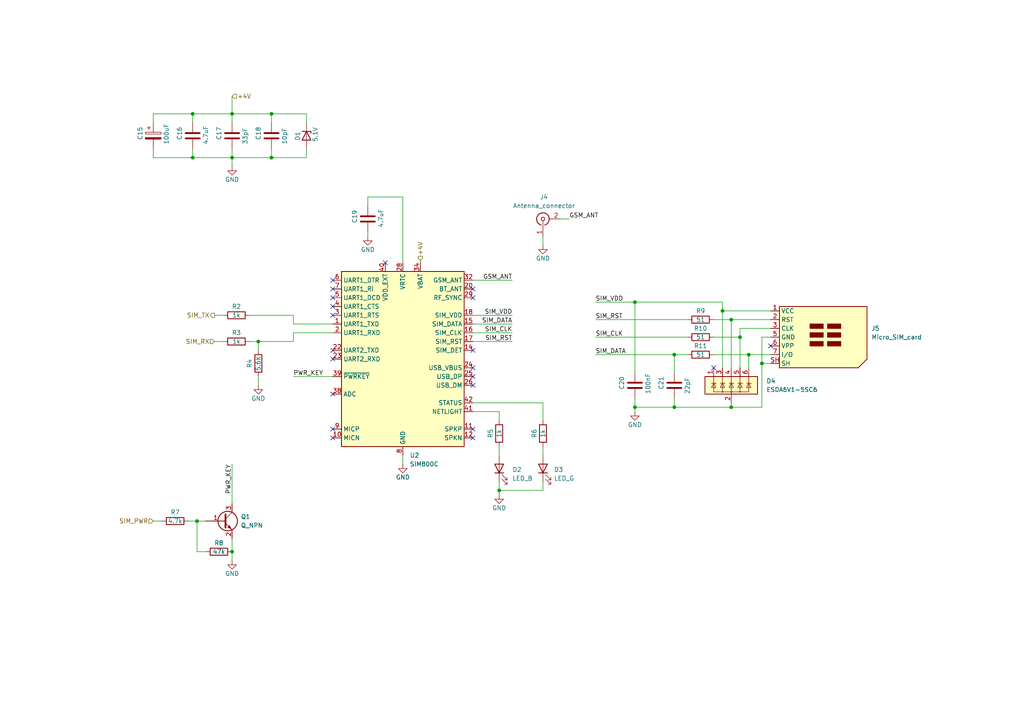
<source format=kicad_sch>
(kicad_sch (version 20230121) (generator eeschema)
  (paper "A4")
  (title_block (title "SIM interface module") (rev "1.0") (company "Politechnika Poznańska") (comment 1 "Mateusz Koza & Krzysztof Witkowski") (comment 2 "PUEiE project"))
  (lib_symbols
    (symbol "Connector:Conn_Coaxial" (pin_names (offset 1.016) hide)
      (property "Reference" "J" (at 0.254 3.048 0))
      (property "Value" "Conn_Coaxial" (at 2.921 0 90))
      (symbol "Conn_Coaxial_0_1"
        (arc (start -1.778 -0.508) (mid 0.222 -1.808) (end 1.778 0) (stroke (width 0.254)))
        (polyline (pts (xy -2.54 0) (xy -0.508 0)))
        (polyline (pts (xy 0 -2.54) (xy 0 -1.778)))
        (circle (center 0 0) (radius 0.508) (stroke (width 0.2032)))
        (arc (start 1.778 0) (mid 0.222 1.8083) (end -1.778 0.508) (stroke (width 0.254)))
      )
      (symbol "Conn_Coaxial_1_1"
        (pin passive line (at -5.08 0 0) (length 2.54) (name "In") (number "1"))
        (pin passive line (at 0 -5.08 90) (length 2.54) (name "Ext") (number "2"))
      )
    )
    (symbol "Connector:SIM_Card"
      (property "Reference" "J5" (at 16.51 2.54 0))
      (property "Value" "Micro_SIM_card" (at 16.51 0 0))
      (symbol "SIM_Card_0_1"
        (rectangle (start -1.27 -2.54) (end 2.54 -1.27) (stroke (width 0.254)) (fill (type outline)))
        (rectangle (start -1.27 0) (end 2.54 1.27) (stroke (width 0.254)) (fill (type outline)))
        (rectangle (start -1.27 2.54) (end 2.54 3.81) (stroke (width 0.254)) (fill (type outline)))
        (polyline (pts (xy -10.16 8.89) (xy 15.24 8.89) (xy 15.24 -6.35) (xy 12.7 -8.89) (xy -10.16 -8.89) (xy -10.16 8.89)) (stroke (width 0.254)) (fill (type background)))
        (rectangle (start 3.81 -1.27) (end 7.62 -2.54) (stroke (width 0.254)) (fill (type outline)))
        (rectangle (start 3.81 0) (end 7.62 1.27) (stroke (width 0.254)) (fill (type outline)))
        (rectangle (start 3.81 2.54) (end 7.62 3.81) (stroke (width 0.254)) (fill (type outline)))
      )
      (symbol "SIM_Card_1_1"
        (pin power_in line (at -12.7 7.62 0) (length 2.54) (name "VCC") (number "1"))
        (pin input line (at -12.7 5.08 0) (length 2.54) (name "RST") (number "2"))
        (pin input line (at -12.7 2.54 0) (length 2.54) (name "CLK") (number "3"))
        (pin power_in line (at -12.7 0 0) (length 2.54) (name "GND") (number "5"))
        (pin input line (at -12.7 -2.54 0) (length 2.54) (name "VPP") (number "6"))
        (pin bidirectional line (at -12.7 -5.08 0) (length 2.54) (name "I/O") (number "7"))
        (pin input line (at -12.7 -7.62 0) (length 2.54) (name "SH") (number "SH"))
      )
    )
    (symbol "Device:C" (pin_numbers hide) (pin_names (offset 0.254))
      (property "Reference" "C" (at 0.635 2.54 0))
      (property "Value" "C" (at 0.635 -2.54 0))
      (symbol "C_0_1"
        (polyline (pts (xy -2.032 -0.762) (xy 2.032 -0.762)) (stroke (width 0.508)))
        (polyline (pts (xy -2.032 0.762) (xy 2.032 0.762)) (stroke (width 0.508)))
      )
      (symbol "C_1_1"
        (pin passive line (at 0 3.81 270) (length 2.794) (name "~") (number "1"))
        (pin passive line (at 0 -3.81 90) (length 2.794) (name "~") (number "2"))
      )
    )
    (symbol "Device:C_Polarized" (pin_numbers hide) (pin_names (offset 0.254))
      (property "Reference" "C" (at 0.635 2.54 0))
      (property "Value" "C_Polarized" (at 0.635 -2.54 0))
      (symbol "C_Polarized_0_1"
        (rectangle (start -2.286 0.508) (end 2.286 1.016))
        (polyline (pts (xy -1.778 2.286) (xy -0.762 2.286)))
        (polyline (pts (xy -1.27 2.794) (xy -1.27 1.778)))
        (rectangle (start 2.286 -0.508) (end -2.286 -1.016) (fill (type outline)))
      )
      (symbol "C_Polarized_1_1"
        (pin passive line (at 0 3.81 270) (length 2.794) (name "~") (number "1"))
        (pin passive line (at 0 -3.81 90) (length 2.794) (name "~") (number "2"))
      )
    )
    (symbol "Device:D_Zener" (pin_numbers hide) (pin_names (offset 1.016) hide)
      (property "Reference" "D" (at 0 2.54 0))
      (property "Value" "D_Zener" (at 0 -2.54 0))
      (symbol "D_Zener_0_1"
        (polyline (pts (xy 1.27 0) (xy -1.27 0)))
        (polyline (pts (xy -1.27 -1.27) (xy -1.27 1.27) (xy -0.762 1.27)) (stroke (width 0.254)))
        (polyline (pts (xy 1.27 -1.27) (xy 1.27 1.27) (xy -1.27 0) (xy 1.27 -1.27)) (stroke (width 0.254)))
      )
      (symbol "D_Zener_1_1"
        (pin passive line (at -3.81 0 0) (length 2.54) (name "K") (number "1"))
        (pin passive line (at 3.81 0 180) (length 2.54) (name "A") (number "2"))
      )
    )
    (symbol "Device:LED" (pin_numbers hide) (pin_names (offset 1.016) hide)
      (property "Reference" "D" (at 0 2.54 0))
      (property "Value" "LED" (at 0 -2.54 0))
      (symbol "LED_0_1"
        (polyline (pts (xy -1.27 -1.27) (xy -1.27 1.27)) (stroke (width 0.254)))
        (polyline (pts (xy -1.27 0) (xy 1.27 0)))
        (polyline (pts (xy 1.27 -1.27) (xy 1.27 1.27) (xy -1.27 0) (xy 1.27 -1.27)) (stroke (width 0.254)))
        (polyline (pts (xy -3.048 -0.762) (xy -4.572 -2.286) (xy -3.81 -2.286) (xy -4.572 -2.286) (xy -4.572 -1.524)))
        (polyline (pts (xy -1.778 -0.762) (xy -3.302 -2.286) (xy -2.54 -2.286) (xy -3.302 -2.286) (xy -3.302 -1.524)))
      )
      (symbol "LED_1_1"
        (pin passive line (at -3.81 0 0) (length 2.54) (name "K") (number "1"))
        (pin passive line (at 3.81 0 180) (length 2.54) (name "A") (number "2"))
      )
    )
    (symbol "Device:Q_NPN_BEC" (pin_names (offset 0) hide)
      (property "Reference" "Q" (at 5.08 1.27 0))
      (property "Value" "Q_NPN_BEC" (at 5.08 -1.27 0))
      (symbol "Q_NPN_BEC_0_1"
        (polyline (pts (xy 0.635 0.635) (xy 2.54 2.54)))
        (polyline (pts (xy 0.635 -0.635) (xy 2.54 -2.54) (xy 2.54 -2.54)))
        (polyline (pts (xy 0.635 1.905) (xy 0.635 -1.905) (xy 0.635 -1.905)) (stroke (width 0.508)))
        (polyline (pts (xy 1.27 -1.778) (xy 1.778 -1.27) (xy 2.286 -2.286) (xy 1.27 -1.778) (xy 1.27 -1.778)) (fill (type outline)))
        (circle (center 1.27 0) (radius 2.8194) (stroke (width 0.254)))
      )
      (symbol "Q_NPN_BEC_1_1"
        (pin input line (at -5.08 0 0) (length 5.715) (name "B") (number "1"))
        (pin passive line (at 2.54 -5.08 90) (length 2.54) (name "E") (number "2"))
        (pin passive line (at 2.54 5.08 270) (length 2.54) (name "C") (number "3"))
      )
    )
    (symbol "Device:R" (pin_numbers hide) (pin_names (offset 0))
      (property "Reference" "R" (at 2.032 0 90))
      (property "Value" "R" (at 0 0 90))
      (symbol "R_0_1"
        (rectangle (start -1.016 -2.54) (end 1.016 2.54) (stroke (width 0.254)))
      )
      (symbol "R_1_1"
        (pin passive line (at 0 3.81 270) (length 1.27) (name "~") (number "1"))
        (pin passive line (at 0 -3.81 90) (length 1.27) (name "~") (number "2"))
      )
    )
    (symbol "Power_Protection:ESDA6V1-5SC6" (pin_names hide)
      (property "Reference" "D" (at -5.08 -3.81 0))
      (property "Value" "ESDA6V1-5SC6" (at 2.54 -3.81 0))
      (symbol "ESDA6V1-5SC6_0_0"
        (pin passive line (at 0 -5.08 90) (length 2.54) (name "GND") (number "2"))
      )
      (symbol "ESDA6V1-5SC6_0_1"
        (rectangle (start -7.62 2.54) (end 7.62 -2.54) (stroke (width 0.254)) (fill (type background)))
        (circle (center -2.54 -1.905) (radius 0.127))
        (circle (center 0 -1.905) (radius 0.127))
        (polyline (pts (xy -2.54 2.54) (xy -2.54 -1.905)))
        (polyline (pts (xy 0 2.54) (xy 0 -2.54)))
        (polyline (pts (xy 2.54 2.54) (xy 2.54 -1.905)))
        (polyline (pts (xy -5.715 0.635) (xy -4.445 0.635) (xy -4.445 0.381)))
        (polyline (pts (xy -3.175 0.635) (xy -1.905 0.635) (xy -1.905 0.381)))
        (polyline (pts (xy -0.635 0.635) (xy 0.635 0.635) (xy 0.635 0.381)))
        (polyline (pts (xy 1.905 0.635) (xy 3.175 0.635) (xy 3.175 0.381)))
        (polyline (pts (xy 4.445 0.635) (xy 5.715 0.635) (xy 5.715 0.381)))
        (polyline (pts (xy -5.715 -0.635) (xy -4.445 -0.635) (xy -5.08 0.635) (xy -5.715 -0.635)))
        (polyline (pts (xy -5.08 2.54) (xy -5.08 -1.905) (xy 5.08 -1.905) (xy 5.08 2.54)))
        (polyline (pts (xy -3.175 -0.635) (xy -1.905 -0.635) (xy -2.54 0.635) (xy -3.175 -0.635)))
        (polyline (pts (xy -0.635 -0.635) (xy 0.635 -0.635) (xy 0 0.635) (xy -0.635 -0.635)))
        (polyline (pts (xy 1.905 -0.635) (xy 3.175 -0.635) (xy 2.54 0.635) (xy 1.905 -0.635)))
        (polyline (pts (xy 4.445 -0.635) (xy 5.715 -0.635) (xy 5.08 0.635) (xy 4.445 -0.635)))
        (circle (center 2.54 -1.905) (radius 0.127))
      )
      (symbol "ESDA6V1-5SC6_1_1"
        (pin passive line (at -5.08 5.08 270) (length 2.54) (name "IO1") (number "1"))
        (pin passive line (at -2.54 5.08 270) (length 2.54) (name "IO2") (number "3"))
        (pin passive line (at 0 5.08 270) (length 2.54) (name "IO3") (number "4"))
        (pin passive line (at 2.54 5.08 270) (length 2.54) (name "IO4") (number "5"))
        (pin passive line (at 5.08 5.08 270) (length 2.54) (name "IO5") (number "6"))
      )
    )
    (symbol "RF_GSM:SIM800C"
      (property "Reference" "U2" (at 2.0194 -27.94 0))
      (property "Value" "SIM800C" (at 2.0194 -30.48 0))
      (symbol "SIM800C_0_1"
        (rectangle (start -17.78 25.4) (end 17.78 -25.4) (stroke (width 0.254)) (fill (type background)))
      )
      (symbol "SIM800C_1_1"
        (pin output line (at -20.32 10.16 0) (length 2.54) (name "UART1_TXD") (number "1"))
        (pin input line (at -20.32 -22.86 0) (length 2.54) (name "MICN") (number "10"))
        (pin output line (at 20.32 -20.32 180) (length 2.54) (name "SPKP") (number "11"))
        (pin output line (at 20.32 -22.86 180) (length 2.54) (name "SPKN") (number "12"))
        (pin passive line (at 0 -27.94 90) (length 2.54) hide (name "GND") (number "13"))
        (pin input line (at 20.32 2.54 180) (length 2.54) (name "SIM_DET") (number "14"))
        (pin bidirectional line (at 20.32 10.16 180) (length 2.54) (name "SIM_DATA") (number "15"))
        (pin output line (at 20.32 7.62 180) (length 2.54) (name "SIM_CLK") (number "16"))
        (pin output line (at 20.32 5.08 180) (length 2.54) (name "SIM_RST") (number "17"))
        (pin power_out line (at 20.32 12.7 180) (length 2.54) (name "SIM_VDD") (number "18"))
        (pin passive line (at 0 -27.94 90) (length 2.54) hide (name "GND") (number "19"))
        (pin input line (at -20.32 7.62 0) (length 2.54) (name "UART1_RXD") (number "2"))
        (pin passive line (at 20.32 20.32 180) (length 2.54) (name "BT_ANT") (number "20"))
        (pin passive line (at 0 -27.94 90) (length 2.54) hide (name "GND") (number "21"))
        (pin output line (at -20.32 2.54 0) (length 2.54) (name "UART2_TXD") (number "22"))
        (pin input line (at -20.32 0 0) (length 2.54) (name "UART2_RXD") (number "23"))
        (pin input line (at 20.32 -2.54 180) (length 2.54) (name "USB_VBUS") (number "24"))
        (pin bidirectional line (at 20.32 -5.08 180) (length 2.54) (name "USB_DP") (number "25"))
        (pin bidirectional line (at 20.32 -7.62 180) (length 2.54) (name "USB_DM") (number "26"))
        (pin passive line (at 0 -27.94 90) (length 2.54) hide (name "GND") (number "27"))
        (pin power_out line (at 0 27.94 270) (length 2.54) (name "VRTC") (number "28"))
        (pin output line (at 20.32 17.78 180) (length 2.54) (name "RF_SYNC") (number "29"))
        (pin input line (at -20.32 12.7 0) (length 2.54) (name "UART1_RTS") (number "3"))
        (pin passive line (at 0 -27.94 90) (length 2.54) hide (name "GND") (number "30"))
        (pin passive line (at 0 -27.94 90) (length 2.54) hide (name "GND") (number "31"))
        (pin passive line (at 20.32 22.86 180) (length 2.54) (name "GSM_ANT") (number "32"))
        (pin passive line (at 0 -27.94 90) (length 2.54) hide (name "GND") (number "33"))
        (pin power_out line (at 5.08 27.94 270) (length 2.54) (name "VBAT") (number "34"))
        (pin passive line (at 5.08 27.94 270) (length 2.54) hide (name "VBAT") (number "35"))
        (pin passive line (at 0 -27.94 90) (length 2.54) hide (name "GND") (number "36"))
        (pin passive line (at 0 -27.94 90) (length 2.54) hide (name "GND") (number "37"))
        (pin input line (at -20.32 -10.16 0) (length 2.54) (name "ADC") (number "38"))
        (pin input line (at -20.32 -5.08 0) (length 2.54) (name "~{PWRKEY}") (number "39"))
        (pin output line (at -20.32 15.24 0) (length 2.54) (name "UART1_CTS") (number "4"))
        (pin power_out line (at -5.08 27.94 270) (length 2.54) (name "VDD_EXT") (number "40"))
        (pin output line (at 20.32 -15.24 180) (length 2.54) (name "NETLIGHT") (number "41"))
        (pin output line (at 20.32 -12.7 180) (length 2.54) (name "STATUS") (number "42"))
        (pin output line (at -20.32 17.78 0) (length 2.54) (name "UART1_DCD") (number "5"))
        (pin input line (at -20.32 22.86 0) (length 2.54) (name "UART1_DTR") (number "6"))
        (pin output line (at -20.32 20.32 0) (length 2.54) (name "UART1_RI") (number "7"))
        (pin power_in line (at 0 -27.94 90) (length 2.54) (name "GND") (number "8"))
        (pin input line (at -20.32 -20.32 0) (length 2.54) (name "MICP") (number "9"))
      )
    )
    (symbol "power:GND" (power) (pin_names (offset 0))
      (property "Value" "GND" (at 0 -3.81 0))
      (symbol "GND_0_1"
        (polyline (pts (xy 0 0) (xy 0 -1.27) (xy 1.27 -1.27) (xy 0 -2.54) (xy -1.27 -1.27) (xy 0 -1.27)))
      )
      (symbol "GND_1_1"
        (pin power_in line (at 0 0 270) (length 0) hide (name "GND") (number "1"))
      )
    )
  )
  (junction (at 78.74 45.72))
  (junction (at 144.78 142.24))
  (junction (at 55.88 45.72))
  (junction (at 67.31 45.72))
  (junction (at 212.09 118.11))
  (junction (at 55.88 33.02))
  (junction (at 209.55 90.17))
  (junction (at 217.17 102.87))
  (junction (at 67.31 160.02))
  (junction (at 78.74 33.02))
  (junction (at 57.15 151.13))
  (junction (at 184.15 118.11))
  (junction (at 195.58 102.87))
  (junction (at 195.58 118.11))
  (junction (at 184.15 87.63))
  (junction (at 220.98 105.41))
  (junction (at 74.93 99.06))
  (junction (at 214.63 97.79))
  (junction (at 212.09 92.71))
  (junction (at 67.31 33.02))
  (no_connect (at 111.76 76.2))
  (no_connect (at 137.16 83.82))
  (no_connect (at 137.16 111.76))
  (no_connect (at 137.16 109.22))
  (no_connect (at 137.16 86.36))
  (no_connect (at 207.01 106.68))
  (no_connect (at 223.52 100.33))
  (no_connect (at 137.16 101.6))
  (no_connect (at 137.16 127))
  (no_connect (at 137.16 124.46))
  (no_connect (at 96.52 104.14))
  (no_connect (at 96.52 114.3))
  (no_connect (at 96.52 127))
  (no_connect (at 96.52 124.46))
  (no_connect (at 96.52 88.9))
  (no_connect (at 96.52 86.36))
  (no_connect (at 96.52 101.6))
  (no_connect (at 96.52 91.44))
  (no_connect (at 96.52 83.82))
  (no_connect (at 96.52 81.28))
  (no_connect (at 137.16 106.68))
  (wire (pts (xy 157.48 129.54) (xy 157.48 132.08)))
  (wire (pts (xy 88.9 43.18) (xy 88.9 45.72)))
  (wire (pts (xy 137.16 116.84) (xy 157.48 116.84)))
  (wire (pts (xy 137.16 96.52) (xy 148.59 96.52)))
  (wire (pts (xy 85.09 93.98) (xy 96.52 93.98)))
  (wire (pts (xy 214.63 95.25) (xy 223.52 95.25)))
  (wire (pts (xy 85.09 96.52) (xy 85.09 99.06)))
  (wire (pts (xy 106.68 59.69) (xy 106.68 57.15)))
  (wire (pts (xy 195.58 115.57) (xy 195.58 118.11)))
  (wire (pts (xy 137.16 119.38) (xy 144.78 119.38)))
  (wire (pts (xy 78.74 43.18) (xy 78.74 45.72)))
  (wire (pts (xy 55.88 43.18) (xy 55.88 45.72)))
  (wire (pts (xy 195.58 118.11) (xy 212.09 118.11)))
  (wire (pts (xy 209.55 90.17) (xy 223.52 90.17)))
  (wire (pts (xy 209.55 90.17) (xy 209.55 87.63)))
  (wire (pts (xy 85.09 109.22) (xy 96.52 109.22)))
  (wire (pts (xy 144.78 142.24) (xy 144.78 143.51)))
  (wire (pts (xy 195.58 102.87) (xy 199.39 102.87)))
  (wire (pts (xy 157.48 142.24) (xy 144.78 142.24)))
  (wire (pts (xy 44.45 33.02) (xy 55.88 33.02)))
  (wire (pts (xy 217.17 106.68) (xy 217.17 102.87)))
  (wire (pts (xy 212.09 106.68) (xy 212.09 92.71)))
  (wire (pts (xy 137.16 99.06) (xy 148.59 99.06)))
  (wire (pts (xy 172.72 87.63) (xy 184.15 87.63)))
  (wire (pts (xy 44.45 43.18) (xy 44.45 45.72)))
  (wire (pts (xy 207.01 102.87) (xy 217.17 102.87)))
  (wire (pts (xy 74.93 99.06) (xy 85.09 99.06)))
  (wire (pts (xy 172.72 97.79) (xy 199.39 97.79)))
  (wire (pts (xy 116.84 132.08) (xy 116.84 134.62)))
  (wire (pts (xy 67.31 33.02) (xy 78.74 33.02)))
  (wire (pts (xy 212.09 116.84) (xy 212.09 118.11)))
  (wire (pts (xy 55.88 45.72) (xy 67.31 45.72)))
  (wire (pts (xy 220.98 105.41) (xy 223.52 105.41)))
  (wire (pts (xy 64.77 99.06) (xy 62.23 99.06)))
  (wire (pts (xy 67.31 134.62) (xy 67.31 146.05)))
  (wire (pts (xy 106.68 67.31) (xy 106.68 68.58)))
  (wire (pts (xy 223.52 97.79) (xy 220.98 97.79)))
  (wire (pts (xy 162.56 63.5) (xy 165.1 63.5)))
  (wire (pts (xy 78.74 45.72) (xy 88.9 45.72)))
  (wire (pts (xy 67.31 45.72) (xy 78.74 45.72)))
  (wire (pts (xy 137.16 81.28) (xy 148.59 81.28)))
  (wire (pts (xy 172.72 102.87) (xy 195.58 102.87)))
  (wire (pts (xy 214.63 97.79) (xy 214.63 106.68)))
  (wire (pts (xy 214.63 95.25) (xy 214.63 97.79)))
  (wire (pts (xy 172.72 92.71) (xy 199.39 92.71)))
  (wire (pts (xy 209.55 87.63) (xy 184.15 87.63)))
  (wire (pts (xy 57.15 151.13) (xy 57.15 160.02)))
  (wire (pts (xy 144.78 119.38) (xy 144.78 121.92)))
  (wire (pts (xy 184.15 115.57) (xy 184.15 118.11)))
  (wire (pts (xy 54.61 151.13) (xy 57.15 151.13)))
  (wire (pts (xy 220.98 118.11) (xy 212.09 118.11)))
  (wire (pts (xy 184.15 118.11) (xy 184.15 119.38)))
  (wire (pts (xy 59.69 160.02) (xy 57.15 160.02)))
  (wire (pts (xy 78.74 33.02) (xy 78.74 35.56)))
  (wire (pts (xy 67.31 156.21) (xy 67.31 160.02)))
  (wire (pts (xy 144.78 129.54) (xy 144.78 132.08)))
  (wire (pts (xy 44.45 45.72) (xy 55.88 45.72)))
  (wire (pts (xy 157.48 139.7) (xy 157.48 142.24)))
  (wire (pts (xy 220.98 105.41) (xy 220.98 118.11)))
  (wire (pts (xy 116.84 57.15) (xy 116.84 76.2)))
  (wire (pts (xy 207.01 92.71) (xy 212.09 92.71)))
  (wire (pts (xy 55.88 33.02) (xy 55.88 35.56)))
  (wire (pts (xy 85.09 91.44) (xy 85.09 93.98)))
  (wire (pts (xy 55.88 33.02) (xy 67.31 33.02)))
  (wire (pts (xy 157.48 68.58) (xy 157.48 71.12)))
  (wire (pts (xy 106.68 57.15) (xy 116.84 57.15)))
  (wire (pts (xy 67.31 33.02) (xy 67.31 35.56)))
  (wire (pts (xy 184.15 118.11) (xy 195.58 118.11)))
  (wire (pts (xy 67.31 27.94) (xy 67.31 33.02)))
  (wire (pts (xy 144.78 139.7) (xy 144.78 142.24)))
  (wire (pts (xy 72.39 91.44) (xy 85.09 91.44)))
  (wire (pts (xy 195.58 107.95) (xy 195.58 102.87)))
  (wire (pts (xy 64.77 91.44) (xy 62.23 91.44)))
  (wire (pts (xy 74.93 99.06) (xy 74.93 101.6)))
  (wire (pts (xy 137.16 91.44) (xy 148.59 91.44)))
  (wire (pts (xy 157.48 116.84) (xy 157.48 121.92)))
  (wire (pts (xy 209.55 106.68) (xy 209.55 90.17)))
  (wire (pts (xy 44.45 35.56) (xy 44.45 33.02)))
  (wire (pts (xy 74.93 99.06) (xy 72.39 99.06)))
  (wire (pts (xy 67.31 45.72) (xy 67.31 48.26)))
  (wire (pts (xy 57.15 151.13) (xy 59.69 151.13)))
  (wire (pts (xy 88.9 33.02) (xy 88.9 35.56)))
  (wire (pts (xy 184.15 87.63) (xy 184.15 107.95)))
  (wire (pts (xy 137.16 93.98) (xy 148.59 93.98)))
  (wire (pts (xy 217.17 102.87) (xy 223.52 102.87)))
  (wire (pts (xy 212.09 92.71) (xy 223.52 92.71)))
  (wire (pts (xy 67.31 160.02) (xy 67.31 162.56)))
  (wire (pts (xy 78.74 33.02) (xy 88.9 33.02)))
  (wire (pts (xy 220.98 97.79) (xy 220.98 105.41)))
  (wire (pts (xy 121.92 75.565) (xy 121.92 76.2)))
  (wire (pts (xy 44.45 151.13) (xy 46.99 151.13)))
  (wire (pts (xy 207.01 97.79) (xy 214.63 97.79)))
  (wire (pts (xy 67.31 43.18) (xy 67.31 45.72)))
  (wire (pts (xy 96.52 96.52) (xy 85.09 96.52)))
  (wire (pts (xy 74.93 109.22) (xy 74.93 111.76)))
  (label "SIM_RST" (at 148.59 99.06 180))
  (label "GSM_ANT" (at 148.59 81.28 180))
  (label "SIM_RST" (at 172.72 92.71 0))
  (label "SIM_DATA" (at 172.72 102.87 0))
  (label "PWR_KEY" (at 67.31 134.62 270))
  (label "PWR_KEY" (at 85.09 109.22 0))
  (label "SIM_DATA" (at 148.59 93.98 180))
  (label "SIM_VDD" (at 172.72 87.63 0))
  (label "SIM_VDD" (at 148.59 91.44 180))
  (label "GSM_ANT" (at 165.1 63.5 0))
  (label "SIM_CLK" (at 148.59 96.52 180))
  (label "SIM_CLK" (at 172.72 97.79 0))
  (hierarchical_label "+4V" (shape input) (at 67.31 27.94 0))
  (hierarchical_label "SIM_TX" (shape output) (at 62.23 91.44 180))
  (hierarchical_label "SIM_PWR" (shape input) (at 44.45 151.13 180))
  (hierarchical_label "SIM_RX" (shape input) (at 62.23 99.06 180))
  (hierarchical_label "+4V" (shape input) (at 121.92 75.565 90))
  (symbol (lib_id "Device:C") (at 106.68 63.5 0) (unit 1)
    (property "Reference" "C19" (at 102.87 64.77 90) (effects (justify left)))
    (property "Value" "4.7uF" (at 110.49 66.04 90) (effects (justify left)))
    (property "Footprint" "Capacitor_SMD:C_0603_1608Metric_Pad1.08x0.95mm_HandSolder" (effects hide))
  )
  (symbol (lib_id "Device:R") (at 157.48 125.73 0) (mirror x) (unit 1)
    (property "Reference" "R6" (at 154.94 125.73 90))
    (property "Value" "1k" (at 157.48 125.73 90))
    (property "Footprint" "Resistor_SMD:R_0603_1608Metric_Pad0.98x0.95mm_HandSolder" (effects hide))
  )
  (symbol (lib_id "Connector:SIM_Card") (at 236.22 97.79 0) (unit 1)
    (property "Reference" "J5" (at 252.73 95.25 0) (effects (justify left)))
    (property "Value" "Micro_SIM_card" (at 252.73 97.79 0) (effects (justify left)))
    (property "Footprint" "Connector_Card:microSIM_JAE_SF53S006VCBR2000" (effects hide))
    (property "Datasheet" " ~" (effects hide))
  )
  (symbol (lib_id "power:GND") (at 106.68 68.58 0) (unit 1)
    (property "Reference" "#PWR0126" (effects hide))
    (property "Value" "GND" (at 106.68 72.39 0))
  )
  (symbol (lib_id "Device:D_Zener") (at 88.9 39.37 270) (unit 1)
    (property "Reference" "D1" (at 86.36 38.1 0) (effects (justify left)))
    (property "Value" "5.1V" (at 91.44 36.83 0) (effects (justify left)))
    (property "Footprint" "Diode_SMD:D_SOD-323_HandSoldering" (effects hide))
  )
  (symbol (lib_id "Device:R") (at 68.58 99.06 270) (mirror x) (unit 1)
    (property "Reference" "R3" (at 68.58 96.52 90))
    (property "Value" "1k" (at 68.58 99.06 90))
    (property "Footprint" "Resistor_SMD:R_0603_1608Metric_Pad0.98x0.95mm_HandSolder" (effects hide))
  )
  (symbol (lib_id "Device:LED") (at 144.78 135.89 90) (unit 1)
    (property "Reference" "D2" (at 148.59 136.2074 90) (effects (justify right)))
    (property "Value" "LED_B" (at 148.59 138.7474 90) (effects (justify right)))
    (property "Footprint" "LED_SMD:LED_0603_1608Metric" (effects hide))
  )
  (symbol (lib_id "Device:Q_NPN_BEC") (at 64.77 151.13 0) (unit 1)
    (property "Reference" "Q1" (at 69.85 149.86 0) (effects (justify left)))
    (property "Value" "Q_NPN" (at 69.85 152.4 0) (effects (justify left)))
    (property "Footprint" "Package_TO_SOT_SMD:SOT-23_Handsoldering" (effects hide))
  )
  (symbol (lib_id "Device:R") (at 74.93 105.41 0) (mirror x) (unit 1)
    (property "Reference" "R4" (at 72.39 105.41 90))
    (property "Value" "5.6K" (at 74.93 105.41 90))
    (property "Footprint" "Resistor_SMD:R_0603_1608Metric_Pad0.98x0.95mm_HandSolder" (effects hide))
  )
  (symbol (lib_id "Device:LED") (at 157.48 135.89 90) (unit 1)
    (property "Reference" "D3" (at 160.655 136.2075 90) (effects (justify right)))
    (property "Value" "LED_G" (at 160.655 138.7475 90) (effects (justify right)))
    (property "Footprint" "LED_SMD:LED_0603_1608Metric" (effects hide))
  )
  (symbol (lib_id "Device:R") (at 203.2 97.79 90) (unit 1)
    (property "Reference" "R10" (at 203.2 95.25 90))
    (property "Value" "51" (at 203.2 97.79 90))
    (property "Footprint" "Resistor_SMD:R_0603_1608Metric_Pad0.98x0.95mm_HandSolder" (effects hide))
  )
  (symbol (lib_id "Device:R") (at 50.8 151.13 90) (unit 1)
    (property "Reference" "R7" (at 50.8 148.59 90))
    (property "Value" "4.7k" (at 50.8 151.13 90))
    (property "Footprint" "Resistor_SMD:R_0603_1608Metric_Pad0.98x0.95mm_HandSolder" (effects hide))
  )
  (symbol (lib_id "RF_GSM:SIM800C") (at 116.84 104.14 0) (unit 1)
    (property "Reference" "U2" (at 118.8594 132.08 0) (effects (justify left)))
    (property "Value" "SIM800C" (at 118.8594 134.62 0) (effects (justify left)))
    (property "Footprint" "RF_GSM:SIMCom_SIM800C" (effects hide))
    (property "Datasheet" "http://simcom.ee/documents/SIM800C/SIM800C_Hardware_Design_V1.05.pdf" (effects hide))
  )
  (symbol (lib_id "Device:C") (at 195.58 111.76 0) (unit 1)
    (property "Reference" "C21" (at 191.77 113.03 90) (effects (justify left)))
    (property "Value" "22pF" (at 199.39 114.3 90) (effects (justify left)))
    (property "Footprint" "Capacitor_SMD:C_0603_1608Metric_Pad1.08x0.95mm_HandSolder" (effects hide))
  )
  (symbol (lib_id "power:GND") (at 144.78 143.51 0) (mirror y) (unit 1)
    (property "Reference" "#PWR09" (effects hide))
    (property "Value" "GND" (at 144.78 147.32 0))
    (instances (project "Mobile_Camera" (path "" (reference "#PWR09") (unit 1))) (project "Mobile_Camera" (path "" (reference "#PWR09") (unit 1))) (project "Mobile_Camera" (path "" (reference "#PWR0131") (unit 1))))
  )
  (symbol (lib_id "power:GND") (at 157.48 71.12 0) (mirror y) (unit 1)
    (property "Reference" "#PWR011" (effects hide))
    (property "Value" "GND" (at 157.48 74.93 0))
    (instances (project "Mobile_Camera" (path "" (reference "#PWR011") (unit 1))) (project "Mobile_Camera" (path "" (reference "#PWR011") (unit 1))) (project "Mobile_Camera" (path "" (reference "#PWR0131") (unit 1))))
  )
  (symbol (lib_id "Device:R") (at 144.78 125.73 0) (mirror x) (unit 1)
    (property "Reference" "R5" (at 142.24 125.73 90))
    (property "Value" "1k" (at 144.78 125.73 90))
    (property "Footprint" "Resistor_SMD:R_0603_1608Metric_Pad0.98x0.95mm_HandSolder" (effects hide))
  )
  (symbol (lib_id "Power_Protection:ESDA6V1-5SC6") (at 212.09 111.76 0) (unit 1)
    (property "Reference" "D4" (at 222.25 110.49 0) (effects (justify left)))
    (property "Value" "ESDA6V1-5SC6" (at 222.25 113.03 0) (effects (justify left)))
    (property "Footprint" "Package_TO_SOT_SMD:SOT-23-6" (effects hide))
    (property "Datasheet" "www.st.com/resource/en/datasheet/esda6v1-5sc6.pdf" (effects hide))
  )
  (symbol (lib_id "Device:C") (at 184.15 111.76 0) (unit 1)
    (property "Reference" "C20" (at 180.34 113.03 90) (effects (justify left)))
    (property "Value" "100nF" (at 187.96 114.3 90) (effects (justify left)))
    (property "Footprint" "Capacitor_SMD:C_0603_1608Metric_Pad1.08x0.95mm_HandSolder" (effects hide))
  )
  (symbol (lib_id "Device:R") (at 63.5 160.02 90) (unit 1)
    (property "Reference" "R8" (at 63.5 157.48 90))
    (property "Value" "47k" (at 63.5 160.02 90))
    (property "Footprint" "Resistor_SMD:R_0603_1608Metric_Pad0.98x0.95mm_HandSolder" (effects hide))
  )
  (symbol (lib_id "power:GND") (at 74.93 111.76 0) (mirror y) (unit 1)
    (property "Reference" "#PWR0131" (effects hide))
    (property "Value" "GND" (at 74.93 115.57 0))
  )
  (symbol (lib_id "Connector:Conn_Coaxial") (at 157.48 63.5 90) (unit 1)
    (property "Reference" "J4" (at 157.7732 57.15 90))
    (property "Value" "Antenna_connector" (at 157.7732 59.69 90))
    (property "Footprint" "Connector_Coaxial:U.FL_Molex_MCRF_73412-0110_Vertical" (effects hide))
    (property "Datasheet" " ~" (effects hide))
  )
  (symbol (lib_id "Device:C") (at 67.31 39.37 0) (unit 1)
    (property "Reference" "C17" (at 63.5 40.64 90) (effects (justify left)))
    (property "Value" "33pF" (at 71.12 41.91 90) (effects (justify left)))
    (property "Footprint" "Capacitor_SMD:C_0603_1608Metric_Pad1.08x0.95mm_HandSolder" (effects hide))
  )
  (symbol (lib_id "Device:R") (at 203.2 92.71 90) (unit 1)
    (property "Reference" "R9" (at 203.2 90.17 90))
    (property "Value" "51" (at 203.2 92.71 90))
    (property "Footprint" "Resistor_SMD:R_0603_1608Metric_Pad0.98x0.95mm_HandSolder" (effects hide))
  )
  (symbol (lib_id "power:GND") (at 67.31 48.26 0) (unit 1)
    (property "Reference" "#PWR0133" (effects hide))
    (property "Value" "GND" (at 67.31 52.07 0))
  )
  (symbol (lib_id "power:GND") (at 67.31 162.56 0) (mirror y) (unit 1)
    (property "Reference" "#PWR08" (effects hide))
    (property "Value" "GND" (at 67.31 166.37 0))
    (instances (project "Mobile_Camera" (path "" (reference "#PWR08") (unit 1))) (project "Mobile_Camera" (path "" (reference "#PWR08") (unit 1))) (project "Mobile_Camera" (path "" (reference "#PWR0131") (unit 1))))
  )
  (symbol (lib_id "Device:C_Polarized") (at 44.45 39.37 0) (unit 1)
    (property "Reference" "C15" (at 40.64 40.64 90) (effects (justify left)))
    (property "Value" "100uF" (at 48.26 41.91 90) (effects (justify left)))
    (property "Footprint" "Capacitor_SMD:CP_Elec_5x5.4" (effects hide))
  )
  (symbol (lib_id "Device:R") (at 68.58 91.44 270) (mirror x) (unit 1)
    (property "Reference" "R2" (at 68.58 88.9 90))
    (property "Value" "1k" (at 68.58 91.44 90))
    (property "Footprint" "Resistor_SMD:R_0603_1608Metric_Pad0.98x0.95mm_HandSolder" (effects hide))
  )
  (symbol (lib_id "power:GND") (at 116.84 134.62 0) (mirror y) (unit 1)
    (property "Reference" "#PWR010" (effects hide))
    (property "Value" "GND" (at 116.84 138.43 0))
    (instances (project "Mobile_Camera" (path "" (reference "#PWR010") (unit 1))) (project "Mobile_Camera" (path "" (reference "#PWR010") (unit 1))) (project "Mobile_Camera" (path "" (reference "#PWR0131") (unit 1))))
  )
  (symbol (lib_id "Device:R") (at 203.2 102.87 90) (unit 1)
    (property "Reference" "R11" (at 203.2 100.33 90))
    (property "Value" "51" (at 203.2 102.87 90))
    (property "Footprint" "Resistor_SMD:R_0603_1608Metric_Pad0.98x0.95mm_HandSolder" (effects hide))
  )
  (symbol (lib_id "Device:C") (at 55.88 39.37 0) (unit 1)
    (property "Reference" "C16" (at 52.07 40.64 90) (effects (justify left)))
    (property "Value" "4.7uF" (at 59.69 41.91 90) (effects (justify left)))
    (property "Footprint" "Capacitor_SMD:C_0603_1608Metric_Pad1.08x0.95mm_HandSolder" (effects hide))
  )
  (symbol (lib_id "Device:C") (at 78.74 39.37 0) (unit 1)
    (property "Reference" "C18" (at 74.93 40.64 90) (effects (justify left)))
    (property "Value" "10pF" (at 82.55 41.91 90) (effects (justify left)))
    (property "Footprint" "Capacitor_SMD:C_0603_1608Metric_Pad1.08x0.95mm_HandSolder" (effects hide))
  )
  (symbol (lib_id "power:GND") (at 184.15 119.38 0) (mirror y) (unit 1)
    (property "Reference" "#PWR012" (effects hide))
    (property "Value" "GND" (at 184.15 123.19 0))
    (instances (project "Mobile_Camera" (path "" (reference "#PWR012") (unit 1))) (project "Mobile_Camera" (path "" (reference "#PWR012") (unit 1))) (project "Mobile_Camera" (path "" (reference "#PWR0131") (unit 1))))
  )
)
</source>
